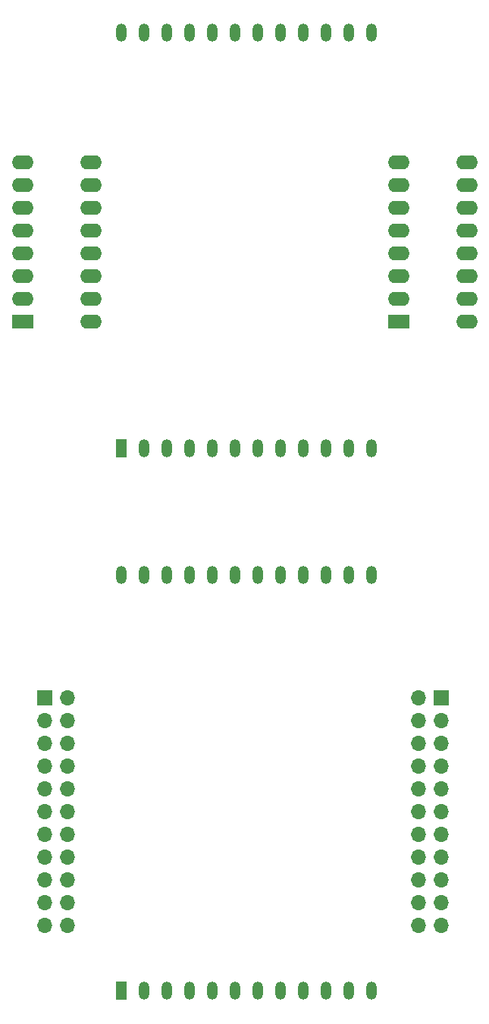
<source format=gbr>
%TF.GenerationSoftware,KiCad,Pcbnew,7.0.1*%
%TF.CreationDate,2023-03-17T17:08:37-04:00*%
%TF.ProjectId,ticker,7469636b-6572-42e6-9b69-6361645f7063,rev?*%
%TF.SameCoordinates,Original*%
%TF.FileFunction,Soldermask,Top*%
%TF.FilePolarity,Negative*%
%FSLAX46Y46*%
G04 Gerber Fmt 4.6, Leading zero omitted, Abs format (unit mm)*
G04 Created by KiCad (PCBNEW 7.0.1) date 2023-03-17 17:08:37*
%MOMM*%
%LPD*%
G01*
G04 APERTURE LIST*
%ADD10O,1.700000X1.700000*%
%ADD11R,1.700000X1.700000*%
%ADD12R,1.200000X2.000000*%
%ADD13O,1.200000X2.000000*%
%ADD14O,2.400000X1.600000*%
%ADD15R,2.400000X1.600000*%
G04 APERTURE END LIST*
D10*
%TO.C,J2*%
X169260000Y-145400000D03*
X171800000Y-145400000D03*
X169260000Y-142860000D03*
X171800000Y-142860000D03*
X169260000Y-140320000D03*
X171800000Y-140320000D03*
X169260000Y-137780000D03*
X171800000Y-137780000D03*
X169260000Y-135240000D03*
X171800000Y-135240000D03*
X169260000Y-132700000D03*
X171800000Y-132700000D03*
X169260000Y-130160000D03*
X171800000Y-130160000D03*
X169260000Y-127620000D03*
X171800000Y-127620000D03*
X169260000Y-125080000D03*
X171800000Y-125080000D03*
X169260000Y-122540000D03*
X171800000Y-122540000D03*
X169260000Y-120000000D03*
D11*
X171800000Y-120000000D03*
%TD*%
%TO.C,J1*%
X127525000Y-120000000D03*
D10*
X130065000Y-120000000D03*
X127525000Y-122540000D03*
X130065000Y-122540000D03*
X127525000Y-125080000D03*
X130065000Y-125080000D03*
X127525000Y-127620000D03*
X130065000Y-127620000D03*
X127525000Y-130160000D03*
X130065000Y-130160000D03*
X127525000Y-132700000D03*
X130065000Y-132700000D03*
X127525000Y-135240000D03*
X130065000Y-135240000D03*
X127525000Y-137780000D03*
X130065000Y-137780000D03*
X127525000Y-140320000D03*
X130065000Y-140320000D03*
X127525000Y-142860000D03*
X130065000Y-142860000D03*
X127525000Y-145400000D03*
X130065000Y-145400000D03*
%TD*%
D12*
%TO.C,LED1*%
X136030000Y-92200000D03*
D13*
X138570000Y-92200000D03*
X141110000Y-92200000D03*
X143650000Y-92200000D03*
X146190000Y-92200000D03*
X148730000Y-92200000D03*
X151270000Y-92200000D03*
X153810000Y-92200000D03*
X156350000Y-92200000D03*
X158890000Y-92200000D03*
X161430000Y-92200000D03*
X163970000Y-92200000D03*
X163970000Y-45800000D03*
X161430000Y-45800000D03*
X158890000Y-45800000D03*
X156350000Y-45800000D03*
X153810000Y-45800000D03*
X151270000Y-45800000D03*
X148730000Y-45800000D03*
X146190000Y-45800000D03*
X143650000Y-45800000D03*
X141110000Y-45800000D03*
X138570000Y-45800000D03*
X136030000Y-45800000D03*
%TD*%
D12*
%TO.C,LED2*%
X136030000Y-152700000D03*
D13*
X138570000Y-152700000D03*
X141110000Y-152700000D03*
X143650000Y-152700000D03*
X146190000Y-152700000D03*
X148730000Y-152700000D03*
X151270000Y-152700000D03*
X153810000Y-152700000D03*
X156350000Y-152700000D03*
X158890000Y-152700000D03*
X161430000Y-152700000D03*
X163970000Y-152700000D03*
X163970000Y-106300000D03*
X161430000Y-106300000D03*
X158890000Y-106300000D03*
X156350000Y-106300000D03*
X153810000Y-106300000D03*
X151270000Y-106300000D03*
X148730000Y-106300000D03*
X146190000Y-106300000D03*
X143650000Y-106300000D03*
X141110000Y-106300000D03*
X138570000Y-106300000D03*
X136030000Y-106300000D03*
%TD*%
D14*
%TO.C,U1*%
X132620000Y-78000000D03*
X132620000Y-75460000D03*
X132620000Y-72920000D03*
X132620000Y-70380000D03*
X132620000Y-67840000D03*
X132620000Y-65300000D03*
X132620000Y-62760000D03*
X132620000Y-60220000D03*
X125000000Y-60220000D03*
X125000000Y-62760000D03*
X125000000Y-65300000D03*
X125000000Y-67840000D03*
X125000000Y-70380000D03*
X125000000Y-72920000D03*
X125000000Y-75460000D03*
D15*
X125000000Y-78000000D03*
%TD*%
D14*
%TO.C,U2*%
X174620000Y-78000000D03*
X174620000Y-75460000D03*
X174620000Y-72920000D03*
X174620000Y-70380000D03*
X174620000Y-67840000D03*
X174620000Y-65300000D03*
X174620000Y-62760000D03*
X174620000Y-60220000D03*
X167000000Y-60220000D03*
X167000000Y-62760000D03*
X167000000Y-65300000D03*
X167000000Y-67840000D03*
X167000000Y-70380000D03*
X167000000Y-72920000D03*
X167000000Y-75460000D03*
D15*
X167000000Y-78000000D03*
%TD*%
M02*

</source>
